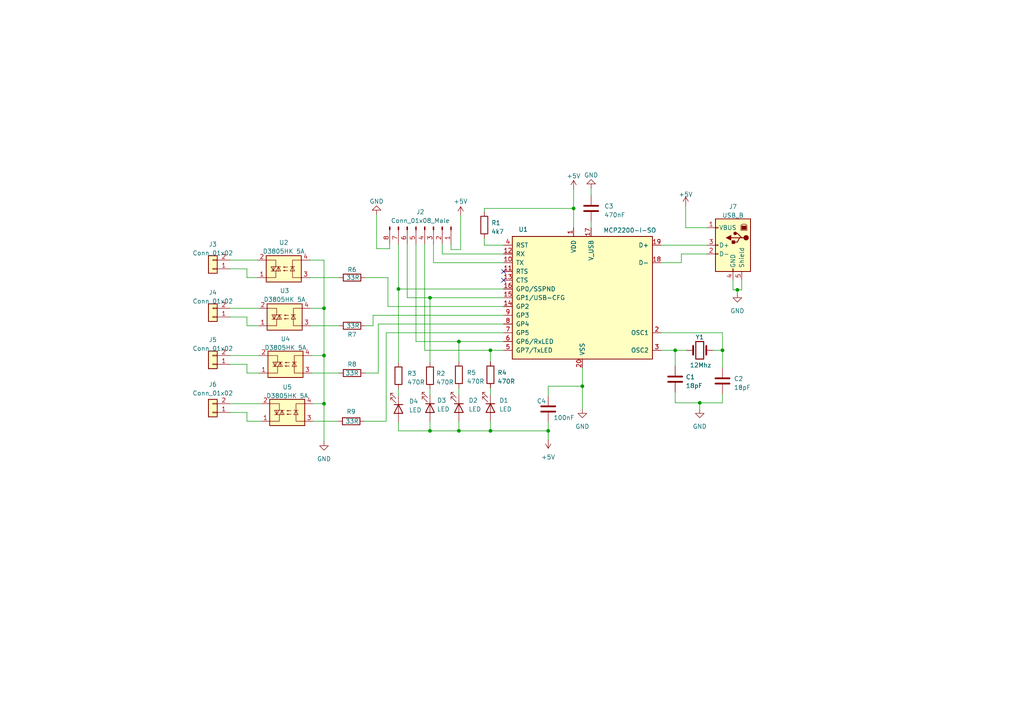
<source format=kicad_sch>
(kicad_sch (version 20221206) (generator eeschema)
  (paper "A4")
  (lib_symbols
    (symbol "Connector:Conn_01x08_Male" (pin_names (offset 1.016) hide)
      (property "Reference" "J" (at 0 10.16 0))
      (property "Value" "Conn_01x08_Male" (at 0 -12.7 0))
      (symbol "Conn_01x08_Male_1_1"
        (polyline (pts (xy 1.27 -10.16) (xy 0.8636 -10.16)) (stroke (width 0.1524)))
        (polyline (pts (xy 1.27 -7.62) (xy 0.8636 -7.62)) (stroke (width 0.1524)))
        (polyline (pts (xy 1.27 -5.08) (xy 0.8636 -5.08)) (stroke (width 0.1524)))
        (polyline (pts (xy 1.27 -2.54) (xy 0.8636 -2.54)) (stroke (width 0.1524)))
        (polyline (pts (xy 1.27 0) (xy 0.8636 0)) (stroke (width 0.1524)))
        (polyline (pts (xy 1.27 2.54) (xy 0.8636 2.54)) (stroke (width 0.1524)))
        (polyline (pts (xy 1.27 5.08) (xy 0.8636 5.08)) (stroke (width 0.1524)))
        (polyline (pts (xy 1.27 7.62) (xy 0.8636 7.62)) (stroke (width 0.1524)))
        (rectangle (start 0.8636 -10.033) (end 0 -10.287) (stroke (width 0.1524)) (fill (type outline)))
        (rectangle (start 0.8636 -7.493) (end 0 -7.747) (stroke (width 0.1524)) (fill (type outline)))
        (rectangle (start 0.8636 -4.953) (end 0 -5.207) (stroke (width 0.1524)) (fill (type outline)))
        (rectangle (start 0.8636 -2.413) (end 0 -2.667) (stroke (width 0.1524)) (fill (type outline)))
        (rectangle (start 0.8636 0.127) (end 0 -0.127) (stroke (width 0.1524)) (fill (type outline)))
        (rectangle (start 0.8636 2.667) (end 0 2.413) (stroke (width 0.1524)) (fill (type outline)))
        (rectangle (start 0.8636 5.207) (end 0 4.953) (stroke (width 0.1524)) (fill (type outline)))
        (rectangle (start 0.8636 7.747) (end 0 7.493) (stroke (width 0.1524)) (fill (type outline)))
        (pin passive line (at 5.08 7.62 180) (length 3.81) (name "Pin_1") (number "1"))
        (pin passive line (at 5.08 5.08 180) (length 3.81) (name "Pin_2") (number "2"))
        (pin passive line (at 5.08 2.54 180) (length 3.81) (name "Pin_3") (number "3"))
        (pin passive line (at 5.08 0 180) (length 3.81) (name "Pin_4") (number "4"))
        (pin passive line (at 5.08 -2.54 180) (length 3.81) (name "Pin_5") (number "5"))
        (pin passive line (at 5.08 -5.08 180) (length 3.81) (name "Pin_6") (number "6"))
        (pin passive line (at 5.08 -7.62 180) (length 3.81) (name "Pin_7") (number "7"))
        (pin passive line (at 5.08 -10.16 180) (length 3.81) (name "Pin_8") (number "8"))
      )
    )
    (symbol "Connector:USB_B" (pin_names (offset 1.016))
      (property "Reference" "J" (at -5.08 11.43 0))
      (property "Value" "USB_B" (at -5.08 8.89 0))
      (symbol "USB_B_0_1"
        (rectangle (start -5.08 -7.62) (end 5.08 7.62) (stroke (width 0.254)) (fill (type background)))
        (circle (center -3.81 2.159) (radius 0.635) (stroke (width 0.254)) (fill (type outline)))
        (rectangle (start -3.81 5.588) (end -2.54 4.572) (fill (type outline)))
        (circle (center -0.635 3.429) (radius 0.381) (stroke (width 0.254)) (fill (type outline)))
        (rectangle (start -0.127 -7.62) (end 0.127 -6.858))
        (polyline (pts (xy -1.905 2.159) (xy 0.635 2.159)) (stroke (width 0.254)))
        (polyline (pts (xy -3.175 2.159) (xy -2.54 2.159) (xy -1.27 3.429) (xy -0.635 3.429)) (stroke (width 0.254)))
        (polyline (pts (xy -2.54 2.159) (xy -1.905 2.159) (xy -1.27 0.889) (xy 0 0.889)) (stroke (width 0.254)))
        (polyline (pts (xy 0.635 2.794) (xy 0.635 1.524) (xy 1.905 2.159) (xy 0.635 2.794)) (stroke (width 0.254)) (fill (type outline)))
        (polyline (pts (xy -4.064 4.318) (xy -2.286 4.318) (xy -2.286 5.715) (xy -2.667 6.096) (xy -3.683 6.096) (xy -4.064 5.715) (xy -4.064 4.318)))
        (rectangle (start 0.254 1.27) (end -0.508 0.508) (stroke (width 0.254)) (fill (type outline)))
        (rectangle (start 5.08 -2.667) (end 4.318 -2.413))
        (rectangle (start 5.08 -0.127) (end 4.318 0.127))
        (rectangle (start 5.08 4.953) (end 4.318 5.207))
      )
      (symbol "USB_B_1_1"
        (pin power_out line (at 7.62 5.08 180) (length 2.54) (name "VBUS") (number "1"))
        (pin bidirectional line (at 7.62 -2.54 180) (length 2.54) (name "D-") (number "2"))
        (pin bidirectional line (at 7.62 0 180) (length 2.54) (name "D+") (number "3"))
        (pin power_out line (at 0 -10.16 90) (length 2.54) (name "GND") (number "4"))
        (pin passive line (at -2.54 -10.16 90) (length 2.54) (name "Shield") (number "5"))
      )
    )
    (symbol "Connector_Generic:Conn_01x02" (pin_names (offset 1.016) hide)
      (property "Reference" "J" (at 0 2.54 0))
      (property "Value" "Conn_01x02" (at 0 -5.08 0))
      (symbol "Conn_01x02_1_1"
        (rectangle (start -1.27 -2.413) (end 0 -2.667) (stroke (width 0.1524)))
        (rectangle (start -1.27 0.127) (end 0 -0.127) (stroke (width 0.1524)))
        (rectangle (start -1.27 1.27) (end 1.27 -3.81) (stroke (width 0.254)) (fill (type background)))
        (pin passive line (at -5.08 0 0) (length 3.81) (name "Pin_1") (number "1"))
        (pin passive line (at -5.08 -2.54 0) (length 3.81) (name "Pin_2") (number "2"))
      )
    )
    (symbol "Device:C" (pin_numbers hide) (pin_names (offset 0.254))
      (property "Reference" "C" (at 0.635 2.54 0))
      (property "Value" "C" (at 0.635 -2.54 0))
      (symbol "C_0_1"
        (polyline (pts (xy -2.032 -0.762) (xy 2.032 -0.762)) (stroke (width 0.508)))
        (polyline (pts (xy -2.032 0.762) (xy 2.032 0.762)) (stroke (width 0.508)))
      )
      (symbol "C_1_1"
        (pin passive line (at 0 3.81 270) (length 2.794) (name "~") (number "1"))
        (pin passive line (at 0 -3.81 90) (length 2.794) (name "~") (number "2"))
      )
    )
    (symbol "Device:Crystal" (pin_numbers hide) (pin_names (offset 1.016) hide)
      (property "Reference" "Y" (at 0 3.81 0))
      (property "Value" "Crystal" (at 0 -3.81 0))
      (symbol "Crystal_0_1"
        (rectangle (start -1.143 2.54) (end 1.143 -2.54) (stroke (width 0.3048)))
        (polyline (pts (xy -2.54 0) (xy -1.905 0)))
        (polyline (pts (xy -1.905 -1.27) (xy -1.905 1.27)) (stroke (width 0.508)))
        (polyline (pts (xy 1.905 -1.27) (xy 1.905 1.27)) (stroke (width 0.508)))
        (polyline (pts (xy 2.54 0) (xy 1.905 0)))
      )
      (symbol "Crystal_1_1"
        (pin passive line (at -3.81 0 0) (length 1.27) (name "1") (number "1"))
        (pin passive line (at 3.81 0 180) (length 1.27) (name "2") (number "2"))
      )
    )
    (symbol "Device:LED" (pin_numbers hide) (pin_names (offset 1.016) hide)
      (property "Reference" "D" (at 0 2.54 0))
      (property "Value" "LED" (at 0 -2.54 0))
      (symbol "LED_0_1"
        (polyline (pts (xy -1.27 -1.27) (xy -1.27 1.27)) (stroke (width 0.254)))
        (polyline (pts (xy -1.27 0) (xy 1.27 0)))
        (polyline (pts (xy 1.27 -1.27) (xy 1.27 1.27) (xy -1.27 0) (xy 1.27 -1.27)) (stroke (width 0.254)))
        (polyline (pts (xy -3.048 -0.762) (xy -4.572 -2.286) (xy -3.81 -2.286) (xy -4.572 -2.286) (xy -4.572 -1.524)))
        (polyline (pts (xy -1.778 -0.762) (xy -3.302 -2.286) (xy -2.54 -2.286) (xy -3.302 -2.286) (xy -3.302 -1.524)))
      )
      (symbol "LED_1_1"
        (pin passive line (at -3.81 0 0) (length 2.54) (name "K") (number "1"))
        (pin passive line (at 3.81 0 180) (length 2.54) (name "A") (number "2"))
      )
    )
    (symbol "Device:R" (pin_numbers hide) (pin_names (offset 0))
      (property "Reference" "R" (at 2.032 0 90))
      (property "Value" "R" (at 0 0 90))
      (symbol "R_0_1"
        (rectangle (start -1.016 -2.54) (end 1.016 2.54) (stroke (width 0.254)))
      )
      (symbol "R_1_1"
        (pin passive line (at 0 3.81 270) (length 1.27) (name "~") (number "1"))
        (pin passive line (at 0 -3.81 90) (length 1.27) (name "~") (number "2"))
      )
    )
    (symbol "Interface_USB:MCP2200-I-SO" (pin_names (offset 1.016))
      (property "Reference" "U" (at -20.32 -19.05 0))
      (property "Value" "MCP2200-I-SO" (at -20.32 19.05 0))
      (symbol "MCP2200-I-SO_0_1"
        (rectangle (start -20.32 17.78) (end 20.32 -17.78) (stroke (width 0.254)) (fill (type background)))
      )
      (symbol "MCP2200-I-SO_1_1"
        (pin power_in line (at -2.54 20.32 270) (length 2.54) (name "VDD") (number "1"))
        (pin output line (at -22.86 10.16 0) (length 2.54) (name "TX") (number "10"))
        (pin output line (at -22.86 7.62 0) (length 2.54) (name "RTS") (number "11"))
        (pin input line (at -22.86 12.7 0) (length 2.54) (name "RX") (number "12"))
        (pin input line (at -22.86 5.08 0) (length 2.54) (name "CTS") (number "13"))
        (pin bidirectional line (at -22.86 -2.54 0) (length 2.54) (name "GP2") (number "14"))
        (pin bidirectional line (at -22.86 0 0) (length 2.54) (name "GP1/USB-CFG") (number "15"))
        (pin bidirectional line (at -22.86 2.54 0) (length 2.54) (name "GP0/SSPND") (number "16"))
        (pin power_in line (at 2.54 20.32 270) (length 2.54) (name "V_USB") (number "17"))
        (pin bidirectional line (at 22.86 10.16 180) (length 2.54) (name "D-") (number "18"))
        (pin bidirectional line (at 22.86 15.24 180) (length 2.54) (name "D+") (number "19"))
        (pin input line (at 22.86 -10.16 180) (length 2.54) (name "OSC1") (number "2"))
        (pin power_in line (at 0 -20.32 90) (length 2.54) (name "VSS") (number "20"))
        (pin output line (at 22.86 -15.24 180) (length 2.54) (name "OSC2") (number "3"))
        (pin input line (at -22.86 15.24 0) (length 2.54) (name "RST") (number "4"))
        (pin bidirectional line (at -22.86 -15.24 0) (length 2.54) (name "GP7/TxLED") (number "5"))
        (pin bidirectional line (at -22.86 -12.7 0) (length 2.54) (name "GP6/RxLED") (number "6"))
        (pin bidirectional line (at -22.86 -10.16 0) (length 2.54) (name "GP5") (number "7"))
        (pin bidirectional line (at -22.86 -7.62 0) (length 2.54) (name "GP4") (number "8"))
        (pin bidirectional line (at -22.86 -5.08 0) (length 2.54) (name "GP3") (number "9"))
      )
    )
    (symbol "Relay_SolidState:S102S01"
      (property "Reference" "U" (at -5.08 5.08 0))
      (property "Value" "S102S01" (at 0 5.08 0))
      (symbol "S102S01_0_1"
        (rectangle (start -5.08 3.81) (end 5.08 -3.81) (stroke (width 0.254)) (fill (type background)))
        (polyline (pts (xy -3.175 -0.635) (xy -1.905 -0.635)))
        (polyline (pts (xy 1.524 -0.635) (xy 1.524 0.635)))
        (polyline (pts (xy 3.048 0.635) (xy 3.048 -0.635)))
        (polyline (pts (xy 2.286 -0.635) (xy 2.286 -2.54) (xy 5.08 -2.54)))
        (polyline (pts (xy 2.286 0.635) (xy 2.286 2.54) (xy 5.08 2.54)))
        (polyline (pts (xy -5.08 2.54) (xy -2.54 2.54) (xy -2.54 -2.54) (xy -5.08 -2.54)))
        (polyline (pts (xy -2.54 -0.635) (xy -3.175 0.635) (xy -1.905 0.635) (xy -2.54 -0.635)))
        (polyline (pts (xy 0.889 -0.635) (xy 3.683 -0.635) (xy 3.048 0.635) (xy 2.413 -0.635)))
        (polyline (pts (xy 3.683 0.635) (xy 0.889 0.635) (xy 1.524 -0.635) (xy 2.159 0.635)))
        (polyline (pts (xy -1.143 -0.508) (xy 0.127 -0.508) (xy -0.254 -0.635) (xy -0.254 -0.381) (xy 0.127 -0.508)))
        (polyline (pts (xy -1.143 0.508) (xy 0.127 0.508) (xy -0.254 0.381) (xy -0.254 0.635) (xy 0.127 0.508)))
      )
      (symbol "S102S01_1_1"
        (pin passive line (at 7.62 2.54 180) (length 2.54) (name "~") (number "1"))
        (pin passive line (at 7.62 -2.54 180) (length 2.54) (name "~") (number "2"))
        (pin passive line (at -7.62 2.54 0) (length 2.54) (name "~") (number "3"))
        (pin passive line (at -7.62 -2.54 0) (length 2.54) (name "~") (number "4"))
      )
    )
    (symbol "power:+5V" (power) (pin_names (offset 0))
      (property "Value" "+5V" (at 0 3.556 0))
      (symbol "+5V_0_1"
        (polyline (pts (xy -0.762 1.27) (xy 0 2.54)))
        (polyline (pts (xy 0 0) (xy 0 2.54)))
        (polyline (pts (xy 0 2.54) (xy 0.762 1.27)))
      )
      (symbol "+5V_1_1"
        (pin power_in line (at 0 0 90) (length 0) hide (name "+5V") (number "1"))
      )
    )
    (symbol "power:GND" (power) (pin_names (offset 0))
      (property "Value" "GND" (at 0 -3.81 0))
      (symbol "GND_0_1"
        (polyline (pts (xy 0 0) (xy 0 -1.27) (xy 1.27 -1.27) (xy 0 -2.54) (xy -1.27 -1.27) (xy 0 -1.27)))
      )
      (symbol "GND_1_1"
        (pin power_in line (at 0 0 270) (length 0) hide (name "GND") (number "1"))
      )
    )
  )
  (junction (at 159.004 124.968))
  (junction (at 93.98 89.408))
  (junction (at 93.98 117.094))
  (junction (at 124.714 124.968))
  (junction (at 213.868 84.074))
  (junction (at 142.24 124.968))
  (junction (at 115.57 83.82))
  (junction (at 168.91 112.014))
  (junction (at 93.98 103.124))
  (junction (at 209.55 101.6))
  (junction (at 133.096 124.968))
  (junction (at 133.096 99.06))
  (junction (at 142.24 101.6))
  (junction (at 124.714 86.36))
  (junction (at 202.946 116.84))
  (junction (at 195.834 101.6))
  (junction (at 166.37 60.452))
  (no_connect (at 146.05 81.28))
  (no_connect (at 146.05 78.74))
  (wire (pts (xy 120.65 70.866) (xy 120.65 99.06)))
  (wire (pts (xy 209.55 116.84) (xy 202.946 116.84)))
  (wire (pts (xy 125.73 76.2) (xy 125.73 70.866)))
  (wire (pts (xy 146.05 73.66) (xy 128.27 73.66)))
  (wire (pts (xy 146.05 91.44) (xy 108.204 91.44)))
  (wire (pts (xy 115.57 112.776) (xy 115.57 114.808)))
  (wire (pts (xy 197.612 76.2) (xy 191.77 76.2)))
  (wire (pts (xy 171.45 54.61) (xy 171.45 56.642)))
  (wire (pts (xy 142.24 124.968) (xy 159.004 124.968)))
  (wire (pts (xy 146.05 101.6) (xy 142.24 101.6)))
  (wire (pts (xy 71.628 108.204) (xy 75.184 108.204)))
  (wire (pts (xy 159.004 114.808) (xy 159.004 112.014)))
  (wire (pts (xy 146.05 99.06) (xy 133.096 99.06)))
  (wire (pts (xy 66.802 105.664) (xy 71.628 105.664)))
  (wire (pts (xy 198.882 66.04) (xy 198.882 59.69)))
  (wire (pts (xy 159.004 124.968) (xy 159.004 127.508)))
  (wire (pts (xy 195.834 101.6) (xy 195.834 106.172)))
  (wire (pts (xy 124.714 122.174) (xy 124.714 124.968)))
  (wire (pts (xy 130.81 72.39) (xy 133.604 72.39)))
  (wire (pts (xy 204.978 73.66) (xy 197.612 73.66)))
  (wire (pts (xy 140.462 61.468) (xy 140.462 60.452)))
  (wire (pts (xy 112.522 88.9) (xy 112.522 80.518)))
  (wire (pts (xy 195.834 116.84) (xy 195.834 113.792)))
  (wire (pts (xy 140.462 71.12) (xy 140.462 69.088)))
  (wire (pts (xy 171.45 64.262) (xy 171.45 66.04)))
  (wire (pts (xy 215.138 81.28) (xy 215.138 84.074)))
  (wire (pts (xy 123.19 70.866) (xy 123.19 101.6)))
  (wire (pts (xy 142.24 101.6) (xy 142.24 104.902)))
  (wire (pts (xy 66.802 75.438) (xy 74.676 75.438)))
  (wire (pts (xy 142.24 112.522) (xy 142.24 114.554)))
  (wire (pts (xy 168.91 112.014) (xy 168.91 118.618)))
  (wire (pts (xy 66.802 77.978) (xy 71.628 77.978)))
  (wire (pts (xy 93.98 75.438) (xy 93.98 89.408)))
  (wire (pts (xy 66.802 91.948) (xy 71.628 91.948)))
  (wire (pts (xy 109.728 93.98) (xy 109.728 108.204)))
  (wire (pts (xy 71.628 94.488) (xy 74.93 94.488)))
  (wire (pts (xy 195.834 101.6) (xy 199.136 101.6)))
  (wire (pts (xy 133.096 122.174) (xy 133.096 124.968)))
  (wire (pts (xy 213.868 85.09) (xy 213.868 84.074)))
  (wire (pts (xy 71.628 122.174) (xy 71.628 119.634)))
  (wire (pts (xy 212.598 84.074) (xy 213.868 84.074)))
  (wire (pts (xy 90.17 89.408) (xy 93.98 89.408)))
  (wire (pts (xy 146.05 71.12) (xy 140.462 71.12)))
  (wire (pts (xy 128.27 73.66) (xy 128.27 70.866)))
  (wire (pts (xy 202.946 116.84) (xy 202.946 118.618)))
  (wire (pts (xy 66.802 103.124) (xy 75.184 103.124)))
  (wire (pts (xy 124.714 112.776) (xy 124.714 114.554)))
  (wire (pts (xy 209.55 101.6) (xy 209.55 96.52)))
  (wire (pts (xy 90.932 117.094) (xy 93.98 117.094)))
  (wire (pts (xy 118.11 86.36) (xy 124.714 86.36)))
  (wire (pts (xy 209.55 96.52) (xy 191.77 96.52)))
  (wire (pts (xy 93.98 89.408) (xy 93.98 103.124)))
  (wire (pts (xy 71.628 105.664) (xy 71.628 108.204)))
  (wire (pts (xy 90.424 103.124) (xy 93.98 103.124)))
  (wire (pts (xy 140.462 60.452) (xy 166.37 60.452)))
  (wire (pts (xy 112.522 80.518) (xy 105.918 80.518)))
  (wire (pts (xy 133.096 112.522) (xy 133.096 114.554)))
  (wire (pts (xy 89.916 75.438) (xy 93.98 75.438)))
  (wire (pts (xy 123.19 101.6) (xy 142.24 101.6)))
  (wire (pts (xy 75.692 122.174) (xy 71.628 122.174)))
  (wire (pts (xy 115.57 124.968) (xy 115.57 122.428)))
  (wire (pts (xy 120.65 99.06) (xy 133.096 99.06)))
  (wire (pts (xy 98.044 122.174) (xy 90.932 122.174)))
  (wire (pts (xy 168.91 106.68) (xy 168.91 112.014)))
  (wire (pts (xy 206.756 101.6) (xy 209.55 101.6)))
  (wire (pts (xy 109.22 72.136) (xy 109.22 62.23)))
  (wire (pts (xy 66.802 89.408) (xy 74.93 89.408)))
  (wire (pts (xy 146.05 88.9) (xy 112.522 88.9)))
  (wire (pts (xy 124.714 86.36) (xy 124.714 105.156)))
  (wire (pts (xy 202.946 116.84) (xy 195.834 116.84)))
  (wire (pts (xy 115.57 105.156) (xy 115.57 83.82)))
  (wire (pts (xy 146.05 76.2) (xy 125.73 76.2)))
  (wire (pts (xy 191.77 71.12) (xy 204.978 71.12)))
  (wire (pts (xy 142.24 124.968) (xy 142.24 122.174)))
  (wire (pts (xy 66.802 117.094) (xy 75.692 117.094)))
  (wire (pts (xy 159.004 122.428) (xy 159.004 124.968)))
  (wire (pts (xy 166.37 60.452) (xy 166.37 66.04)))
  (wire (pts (xy 146.05 96.52) (xy 112.014 96.52)))
  (wire (pts (xy 71.628 77.978) (xy 71.628 80.518)))
  (wire (pts (xy 209.55 114.3) (xy 209.55 116.84)))
  (wire (pts (xy 115.57 83.82) (xy 146.05 83.82)))
  (wire (pts (xy 213.868 84.074) (xy 215.138 84.074)))
  (wire (pts (xy 112.014 122.174) (xy 105.664 122.174)))
  (wire (pts (xy 133.096 99.06) (xy 133.096 104.902)))
  (wire (pts (xy 133.604 72.39) (xy 133.604 62.484)))
  (wire (pts (xy 133.096 124.968) (xy 124.714 124.968)))
  (wire (pts (xy 93.98 103.124) (xy 93.98 117.094)))
  (wire (pts (xy 112.014 96.52) (xy 112.014 122.174)))
  (wire (pts (xy 71.628 80.518) (xy 74.676 80.518)))
  (wire (pts (xy 118.11 70.866) (xy 118.11 86.36)))
  (wire (pts (xy 66.802 119.634) (xy 71.628 119.634)))
  (wire (pts (xy 146.05 86.36) (xy 124.714 86.36)))
  (wire (pts (xy 212.598 81.28) (xy 212.598 84.074)))
  (wire (pts (xy 124.714 124.968) (xy 115.57 124.968)))
  (wire (pts (xy 209.55 106.68) (xy 209.55 101.6)))
  (wire (pts (xy 130.81 70.866) (xy 130.81 72.39)))
  (wire (pts (xy 146.05 93.98) (xy 109.728 93.98)))
  (wire (pts (xy 109.728 108.204) (xy 105.918 108.204)))
  (wire (pts (xy 197.612 73.66) (xy 197.612 76.2)))
  (wire (pts (xy 166.37 54.864) (xy 166.37 60.452)))
  (wire (pts (xy 105.918 94.488) (xy 108.204 94.488)))
  (wire (pts (xy 108.204 91.44) (xy 108.204 94.488)))
  (wire (pts (xy 71.628 91.948) (xy 71.628 94.488)))
  (wire (pts (xy 93.98 117.094) (xy 93.98 128.016)))
  (wire (pts (xy 90.17 94.488) (xy 98.298 94.488)))
  (wire (pts (xy 133.096 124.968) (xy 142.24 124.968)))
  (wire (pts (xy 159.004 112.014) (xy 168.91 112.014)))
  (wire (pts (xy 98.298 108.204) (xy 90.424 108.204)))
  (wire (pts (xy 204.978 66.04) (xy 198.882 66.04)))
  (wire (pts (xy 89.916 80.518) (xy 98.298 80.518)))
  (wire (pts (xy 115.57 70.866) (xy 115.57 83.82)))
  (wire (pts (xy 113.03 72.136) (xy 109.22 72.136)))
  (wire (pts (xy 191.77 101.6) (xy 195.834 101.6)))
  (wire (pts (xy 113.03 70.866) (xy 113.03 72.136)))
  (symbol (lib_id "power:+5V") (at 159.004 127.508 180) (unit 1)
    (property "Reference" "#PWR0108" (effects hide))
    (property "Value" "+5V" (at 159.004 132.588 0))
  )
  (symbol (lib_id "Device:R") (at 133.096 108.712 0) (unit 1)
    (property "Reference" "R5" (at 135.382 108.077 0) (effects (justify left)))
    (property "Value" "470R" (at 135.382 110.617 0) (effects (justify left)))
    (property "Footprint" "Resistor_SMD:R_0805_2012Metric" (effects hide))
  )
  (symbol (lib_id "Device:R") (at 115.57 108.966 0) (unit 1)
    (property "Reference" "R3" (at 118.11 108.331 0) (effects (justify left)))
    (property "Value" "470R" (at 118.11 110.871 0) (effects (justify left)))
    (property "Footprint" "Resistor_SMD:R_0805_2012Metric" (effects hide))
  )
  (symbol (lib_id "Device:C") (at 195.834 109.982 0) (unit 1)
    (property "Reference" "C1" (at 198.882 109.347 0) (effects (justify left)))
    (property "Value" "18pF" (at 198.882 111.887 0) (effects (justify left)))
    (property "Footprint" "Capacitor_SMD:C_0805_2012Metric" (effects hide))
  )
  (symbol (lib_id "Device:C") (at 209.55 110.49 0) (unit 1)
    (property "Reference" "C2" (at 212.852 109.855 0) (effects (justify left)))
    (property "Value" "18pF" (at 212.852 112.395 0) (effects (justify left)))
    (property "Footprint" "Capacitor_SMD:C_0805_2012Metric" (effects hide))
  )
  (symbol (lib_id "power:GND") (at 93.98 128.016 0) (unit 1)
    (property "Reference" "#PWR0109" (effects hide))
    (property "Value" "GND" (at 93.98 133.096 0))
  )
  (symbol (lib_id "Device:R") (at 102.108 80.518 90) (unit 1)
    (property "Reference" "R6" (at 102.108 78.232 90))
    (property "Value" "33R" (at 102.362 80.518 90))
    (property "Footprint" "Resistor_SMD:R_0805_2012Metric" (effects hide))
  )
  (symbol (lib_id "power:GND") (at 202.946 118.618 0) (unit 1)
    (property "Reference" "#PWR0103" (effects hide))
    (property "Value" "GND" (at 202.946 123.698 0))
  )
  (symbol (lib_id "Connector_Generic:Conn_01x02") (at 61.722 91.948 180) (unit 1)
    (property "Reference" "J4" (at 61.722 84.836 0))
    (property "Value" "Conn_01x02" (at 61.722 87.376 0))
    (property "Footprint" "Connector_Phoenix_GMSTB:PhoenixContact_GMSTBVA_2,5_2-G_1x02_P7.50mm_Vertical" (effects hide))
  )
  (symbol (lib_id "Device:R") (at 101.854 122.174 90) (unit 1)
    (property "Reference" "R9" (at 101.854 119.38 90))
    (property "Value" "33R" (at 102.108 122.174 90))
    (property "Footprint" "Resistor_SMD:R_0805_2012Metric" (effects hide))
  )
  (symbol (lib_id "Device:LED") (at 133.096 118.364 270) (unit 1)
    (property "Reference" "D2" (at 135.89 116.1415 90) (effects (justify left)))
    (property "Value" "LED" (at 135.89 118.6815 90) (effects (justify left)))
    (property "Footprint" "LED_SMD:LED_1206_3216Metric" (effects hide))
  )
  (symbol (lib_id "Device:R") (at 102.108 94.488 270) (unit 1)
    (property "Reference" "R7" (at 102.108 97.028 90))
    (property "Value" "33R" (at 102.362 94.488 90))
    (property "Footprint" "Resistor_SMD:R_0805_2012Metric" (effects hide))
  )
  (symbol (lib_id "Device:R") (at 102.108 108.204 90) (unit 1)
    (property "Reference" "R8" (at 102.108 105.664 90))
    (property "Value" "33R" (at 102.108 108.204 90))
    (property "Footprint" "Resistor_SMD:R_0805_2012Metric" (effects hide))
  )
  (symbol (lib_id "Connector_Generic:Conn_01x02") (at 61.722 105.664 180) (unit 1)
    (property "Reference" "J5" (at 61.722 98.552 0))
    (property "Value" "Conn_01x02" (at 61.722 101.092 0))
    (property "Footprint" "Connector_Phoenix_GMSTB:PhoenixContact_GMSTBVA_2,5_2-G_1x02_P7.50mm_Vertical" (effects hide))
  )
  (symbol (lib_id "Connector_Generic:Conn_01x02") (at 61.722 77.978 180) (unit 1)
    (property "Reference" "J3" (at 61.722 70.866 0))
    (property "Value" "Conn_01x02" (at 61.722 73.406 0))
    (property "Footprint" "Connector_Phoenix_GMSTB:PhoenixContact_GMSTBVA_2,5_2-G_1x02_P7.50mm_Vertical" (effects hide))
  )
  (symbol (lib_id "Relay_SolidState:S102S01") (at 82.804 105.664 180) (unit 1)
    (property "Reference" "U4" (at 82.804 98.298 0))
    (property "Value" "D3805HK 5A" (at 82.804 100.838 0))
    (property "Footprint" "Relay_THT:Relay_SSR_D3805HK" (effects hide))
    (property "Datasheet" "http://www.sharp-world.com/products/device/lineup/data/pdf/datasheet/s102s01_e.pdf" (effects hide))
  )
  (symbol (lib_id "Interface_USB:MCP2200-I-SO") (at 168.91 86.36 0) (unit 1)
    (property "Reference" "U1" (at 150.368 66.548 0) (effects (justify left)))
    (property "Value" "MCP2200-I-SO" (at 175.006 66.802 0) (effects (justify left)))
    (property "Footprint" "Package_SO:SSOP-20_5.3x7.2mm_P0.65mm" (effects hide))
    (property "Datasheet" "http://ww1.microchip.com/downloads/en/DeviceDoc/200022228D.pdf" (effects hide))
  )
  (symbol (lib_id "Device:C") (at 159.004 118.618 0) (unit 1)
    (property "Reference" "C4" (at 155.702 116.332 0) (effects (justify left)))
    (property "Value" "100nF" (at 160.528 121.158 0) (effects (justify left)))
    (property "Footprint" "Capacitor_SMD:C_1206_3216Metric" (effects hide))
  )
  (symbol (lib_id "power:GND") (at 213.868 85.09 0) (unit 1)
    (property "Reference" "#PWR0101" (effects hide))
    (property "Value" "GND" (at 213.868 90.17 0))
  )
  (symbol (lib_id "power:+5V") (at 198.882 59.69 0) (unit 1)
    (property "Reference" "#PWR0102" (effects hide))
    (property "Value" "+5V" (at 198.882 56.388 0))
  )
  (symbol (lib_id "Relay_SolidState:S102S01") (at 82.296 77.978 180) (unit 1)
    (property "Reference" "U2" (at 82.296 70.358 0))
    (property "Value" "D3805HK 5A" (at 82.296 72.898 0))
    (property "Footprint" "Relay_THT:Relay_SSR_D3805HK" (effects hide))
    (property "Datasheet" "http://www.sharp-world.com/products/device/lineup/data/pdf/datasheet/s102s01_e.pdf" (effects hide))
  )
  (symbol (lib_id "Device:R") (at 140.462 65.278 0) (unit 1)
    (property "Reference" "R1" (at 142.494 64.643 0) (effects (justify left)))
    (property "Value" "4k7" (at 142.494 67.183 0) (effects (justify left)))
    (property "Footprint" "Resistor_SMD:R_0805_2012Metric" (effects hide))
  )
  (symbol (lib_id "Device:LED") (at 142.24 118.364 270) (unit 1)
    (property "Reference" "D1" (at 144.78 116.1415 90) (effects (justify left)))
    (property "Value" "LED" (at 144.78 118.6815 90) (effects (justify left)))
    (property "Footprint" "LED_SMD:LED_1206_3216Metric" (effects hide))
  )
  (symbol (lib_id "power:GND") (at 168.91 118.618 0) (unit 1)
    (property "Reference" "#PWR0107" (effects hide))
    (property "Value" "GND" (at 168.91 123.698 0))
  )
  (symbol (lib_id "Device:LED") (at 115.57 118.618 270) (unit 1)
    (property "Reference" "D4" (at 118.618 116.3955 90) (effects (justify left)))
    (property "Value" "LED" (at 118.618 118.9355 90) (effects (justify left)))
    (property "Footprint" "LED_SMD:LED_1206_3216Metric" (effects hide))
  )
  (symbol (lib_id "Device:R") (at 142.24 108.712 0) (unit 1)
    (property "Reference" "R4" (at 144.272 108.077 0) (effects (justify left)))
    (property "Value" "470R" (at 144.272 110.617 0) (effects (justify left)))
    (property "Footprint" "Resistor_SMD:R_0805_2012Metric" (effects hide))
  )
  (symbol (lib_id "Device:Crystal") (at 202.946 101.6 0) (unit 1)
    (property "Reference" "Y1" (at 202.946 97.79 0))
    (property "Value" "12Mhz" (at 203.2 105.918 0))
    (property "Footprint" "Crystal:Crystal_HC18-U_Vertical" (effects hide))
  )
  (symbol (lib_id "Connector_Generic:Conn_01x02") (at 61.722 119.634 180) (unit 1)
    (property "Reference" "J6" (at 61.722 111.506 0))
    (property "Value" "Conn_01x02" (at 61.722 114.046 0))
    (property "Footprint" "Connector_Phoenix_GMSTB:PhoenixContact_GMSTBVA_2,5_2-G_1x02_P7.50mm_Vertical" (effects hide))
  )
  (symbol (lib_id "power:+5V") (at 166.37 54.864 0) (unit 1)
    (property "Reference" "#PWR0106" (effects hide))
    (property "Value" "+5V" (at 166.37 51.054 0))
  )
  (symbol (lib_id "Relay_SolidState:S102S01") (at 82.55 91.948 180) (unit 1)
    (property "Reference" "U3" (at 82.55 84.328 0))
    (property "Value" "D3805HK 5A" (at 82.55 86.868 0))
    (property "Footprint" "Relay_THT:Relay_SSR_D3805HK" (effects hide))
    (property "Datasheet" "http://www.sharp-world.com/products/device/lineup/data/pdf/datasheet/s102s01_e.pdf" (effects hide))
  )
  (symbol (lib_id "power:+5V") (at 133.604 62.484 0) (unit 1)
    (property "Reference" "#PWR0104" (effects hide))
    (property "Value" "+5V" (at 133.604 58.42 0))
  )
  (symbol (lib_id "power:GND") (at 109.22 62.23 180) (unit 1)
    (property "Reference" "#PWR0110" (effects hide))
    (property "Value" "GND" (at 109.22 58.42 0))
  )
  (symbol (lib_id "power:GND") (at 171.45 54.61 180) (unit 1)
    (property "Reference" "#PWR0105" (effects hide))
    (property "Value" "GND" (at 171.45 50.8 0))
  )
  (symbol (lib_id "Device:C") (at 171.45 60.452 0) (unit 1)
    (property "Reference" "C3" (at 175.26 59.817 0) (effects (justify left)))
    (property "Value" "470nF" (at 175.26 62.357 0) (effects (justify left)))
    (property "Footprint" "Capacitor_SMD:C_1206_3216Metric" (effects hide))
  )
  (symbol (lib_id "Device:R") (at 124.714 108.966 180) (unit 1)
    (property "Reference" "R2" (at 126.492 108.331 0) (effects (justify right)))
    (property "Value" "470R" (at 126.492 110.871 0) (effects (justify right)))
    (property "Footprint" "Resistor_SMD:R_0805_2012Metric" (effects hide))
  )
  (symbol (lib_id "Device:LED") (at 124.714 118.364 270) (unit 1)
    (property "Reference" "D3" (at 126.746 116.1415 90) (effects (justify left)))
    (property "Value" "LED" (at 126.746 118.6815 90) (effects (justify left)))
    (property "Footprint" "LED_SMD:LED_1206_3216Metric" (effects hide))
  )
  (symbol (lib_id "Relay_SolidState:S102S01") (at 83.312 119.634 180) (unit 1)
    (property "Reference" "U5" (at 83.312 112.268 0))
    (property "Value" "D3805HK 5A" (at 83.312 114.808 0))
    (property "Footprint" "Relay_THT:Relay_SSR_D3805HK" (effects hide))
    (property "Datasheet" "http://www.sharp-world.com/products/device/lineup/data/pdf/datasheet/s102s01_e.pdf" (effects hide))
  )
  (symbol (lib_id "Connector:Conn_01x08_Male") (at 123.19 65.786 270) (unit 1)
    (property "Reference" "J2" (at 121.92 61.468 90))
    (property "Value" "Conn_01x08_Male" (at 121.92 64.008 90))
    (property "Footprint" "TerminalBlock_4Ucon:TerminalBlock_4Ucon_1x08_P3.50mm_Horizontal" (effects hide))
  )
  (symbol (lib_id "Connector:USB_B") (at 212.598 71.12 0) (mirror y) (unit 1)
    (property "Reference" "J7" (at 212.598 59.944 0))
    (property "Value" "USB_B" (at 212.598 62.484 0))
    (property "Footprint" "Connector_USB:USB_B_Lumberg_2411_02_Horizontal" (effects hide))
    (property "Datasheet" " ~" (effects hide))
  )
)
</source>
